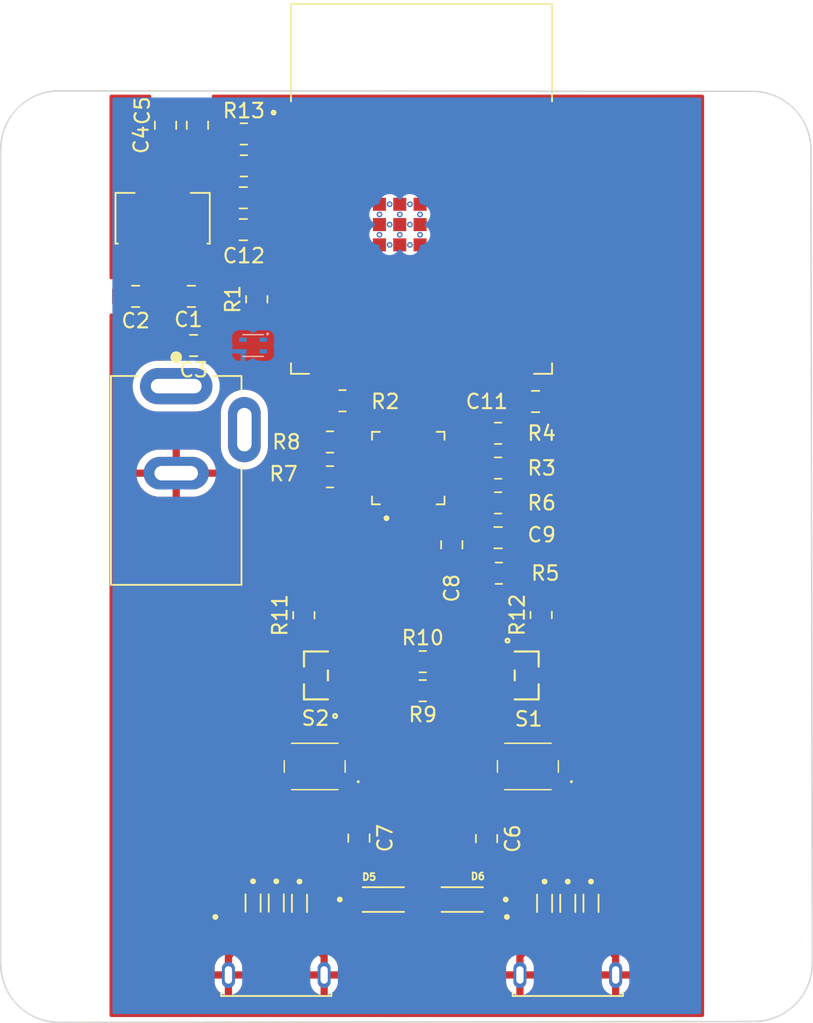
<source format=kicad_pcb>
(kicad_pcb (version 20221018) (generator pcbnew)
  (layers (0 "F.Cu" signal) (31 "B.Cu" signal) (34 "B.Paste" user) (35 "F.Paste" user) (36 "B.SilkS" user "B.Silkscreen") (37 "F.SilkS" user "F.Silkscreen") (38 "B.Mask" user) (39 "F.Mask" user) (44 "Edge.Cuts" user))
  (net 0 "")
  (net 1 "+12V")
  (net 2 "GND")
  (net 3 "+3.3V")
  (net 4 "Net-(C6-Pad1)")
  (net 5 "Net-(C7-Pad1)")
  (net 6 "Net-(U4-VBUS)")
  (net 7 "CHIP_PU")
  (net 8 "IO0")
  (net 9 "USB_DP")
  (net 10 "USB_DN")
  (net 11 "IO20")
  (net 12 "IO19")
  (net 13 "VBUS")
  (net 17 "Net-(U1-IO8)")
  (net 18 "Net-(U1-IO9)")
  (net 19 "Net-(U4-~{RST})")
  (net 20 "Net-(U4-~{SUSPEND})")
  (net 21 "Net-(U4-TXD)")
  (net 22 "U0RXD")
  (net 23 "Net-(U4-RXD)")
  (net 24 "U0TXD")
  (net 25 "DTR")
  (net 26 "Net-(U5-BASE)")
  (net 27 "RTS")
  (net 28 "Net-(U6-BASE)")
  (net 29 "Net-(U5-COLLECTOR)")
  (net 30 "Net-(U6-COLLECTOR)")
  (net 31 "ESP_3V3")
  (footprint "Resistor_SMD:R_0805_2012Metric_Pad1.20x1.40mm_HandSolder" (layer "F.Cu") (at 120.6 87.35 180)
    (fp_text reference "R7" (at 3.2 0.2) (layer "F.SilkS"))
    (fp_text value "0" hide)
    (fp_line (start -0.227064 -0.735) (end 0.227064 -0.735) (stroke (width 0.12)) (layer "F.SilkS"))
    (fp_line (start -0.227064 0.735) (end 0.227064 0.735) (stroke (width 0.12)) (layer "F.SilkS"))
    (pad "1" smd roundrect (at -1 0 180) (size 1.2 1.4) (layers "F.Cu" "F.Paste" "F.Mask") (roundrect_rratio 0.208333) (net 21 "Net-(U4-TXD)"))
    (pad "2" smd roundrect (at 1 0 180) (size 1.2 1.4) (layers "F.Cu" "F.Paste" "F.Mask") (roundrect_rratio 0.208333) (net 22 "U0RXD"))
  )
  (footprint "ECE445:SOT-23_ONS" (layer "F.Cu") (at 119.6348 101.0475 90)
    (fp_text reference "U5" hide)
    (fp_text value "L8050QLT1G" hide)
    (fp_line (start -1.651 -0.8255) (end -1.651 0.8255) (stroke (width 0.1524)) (layer "F.SilkS"))
    (fp_line (start -0.61214 -0.8255) (end -1.651 -0.8255) (stroke (width 0.1524)) (layer "F.SilkS"))
    (fp_line (start -0.34036 0.8255) (end 0.34036 0.8255) (stroke (width 0.1524)) (layer "F.SilkS"))
    (fp_line (start 1.651 -0.8255) (end 0.61214 -0.8255) (stroke (width 0.1524)) (layer "F.SilkS"))
    (fp_line (start 1.651 0.8255) (end 1.651 -0.8255) (stroke (width 0.1524)) (layer "F.SilkS"))
    (fp_circle (center -2.794 1.3208) (end -2.667 1.3208) (stroke (width 0.1524)) (fill none) (layer "F.SilkS"))
    (pad "1" smd rect (at -0.9525 0.9652 90) (size 0.5588 1.4224) (layers "F.Cu" "F.Paste" "F.Mask") (net 26 "Net-(U5-BASE)"))
    (pad "2" smd rect (at 0.9525 0.9652 90) (size 0.5588 1.4224) (layers "F.Cu" "F.Paste" "F.Mask") (net 27 "RTS"))
    (pad "3" smd rect (at 0 -0.9652 90) (size 0.5588 1.4224) (layers "F.Cu" "F.Paste" "F.Mask") (net 29 "Net-(U5-COLLECTOR)"))
  )
  (footprint "Capacitor_SMD:C_0805_2012Metric_Pad1.18x1.45mm_HandSolder" (layer "F.Cu") (at 129 92.0375 -90)
    (fp_text reference "C8" (at 3 0 90) (layer "F.SilkS"))
    (fp_text value "10uF" hide)
    (fp_line (start -0.261252 -0.735) (end 0.261252 -0.735) (stroke (width 0.12)) (layer "F.SilkS"))
    (fp_line (start -0.261252 0.735) (end 0.261252 0.735) (stroke (width 0.12)) (layer "F.SilkS"))
    (pad "1" smd roundrect (at -1.0375 0 270) (size 1.175 1.45) (layers "F.Cu" "F.Paste" "F.Mask") (roundrect_rratio 0.212766) (net 3 "+3.3V"))
    (pad "2" smd roundrect (at 1.0375 0 270) (size 1.175 1.45) (layers "F.Cu" "F.Paste" "F.Mask") (roundrect_rratio 0.212766) (net 2 "GND"))
  )
  (footprint "Resistor_SMD:R_0805_2012Metric_Pad1.20x1.40mm_HandSolder" (layer "F.Cu") (at 132.2 89.15 180)
    (fp_text reference "R6" (at -3 0) (layer "F.SilkS"))
    (fp_text value "47500" hide)
    (fp_line (start -0.227064 -0.735) (end 0.227064 -0.735) (stroke (width 0.12)) (layer "F.SilkS"))
    (fp_line (start -0.227064 0.735) (end 0.227064 0.735) (stroke (width 0.12)) (layer "F.SilkS"))
    (pad "1" smd roundrect (at -1 0 180) (size 1.2 1.4) (layers "F.Cu" "F.Paste" "F.Mask") (roundrect_rratio 0.208333) (net 2 "GND"))
    (pad "2" smd roundrect (at 1 0 180) (size 1.2 1.4) (layers "F.Cu" "F.Paste" "F.Mask") (roundrect_rratio 0.208333) (net 6 "Net-(U4-VBUS)"))
  )
  (footprint "ECE445:SOT-23_ONS" (layer "F.Cu") (at 134.1652 101.0475 -90)
    (fp_text reference "U6" hide)
    (fp_text value "L8050QLT1G" hide)
    (fp_line (start -1.651 -0.8255) (end -1.651 0.8255) (stroke (width 0.1524)) (layer "F.SilkS"))
    (fp_line (start -0.61214 -0.8255) (end -1.651 -0.8255) (stroke (width 0.1524)) (layer "F.SilkS"))
    (fp_line (start -0.34036 0.8255) (end 0.34036 0.8255) (stroke (width 0.1524)) (layer "F.SilkS"))
    (fp_line (start 1.651 -0.8255) (end 0.61214 -0.8255) (stroke (width 0.1524)) (layer "F.SilkS"))
    (fp_line (start 1.651 0.8255) (end 1.651 -0.8255) (stroke (width 0.1524)) (layer "F.SilkS"))
    (fp_circle (center -2.4 1.3208) (end -2.273 1.3208) (stroke (width 0.1524)) (fill none) (layer "F.SilkS"))
    (pad "1" smd rect (at -0.9525 0.9652 270) (size 0.5588 1.4224) (layers "F.Cu" "F.Paste" "F.Mask") (net 28 "Net-(U6-BASE)"))
    (pad "2" smd rect (at 0.9525 0.9652 270) (size 0.5588 1.4224) (layers "F.Cu" "F.Paste" "F.Mask") (net 25 "DTR"))
    (pad "3" smd rect (at 0 -0.9652 270) (size 0.5588 1.4224) (layers "F.Cu" "F.Paste" "F.Mask") (net 30 "Net-(U6-COLLECTOR)"))
  )
  (footprint "Resistor_SMD:R_0805_2012Metric_Pad1.20x1.40mm_HandSolder" (layer "F.Cu") (at 114.665 63.71 180)
    (fp_text reference "R13" (at 0 1.6) (layer "F.SilkS"))
    (fp_text value "0" hide)
    (fp_line (start -0.227064 -0.735) (end 0.227064 -0.735) (stroke (width 0.12)) (layer "F.SilkS"))
    (fp_line (start -0.227064 0.735) (end 0.227064 0.735) (stroke (width 0.12)) (layer "F.SilkS"))
    (pad "1" smd roundrect (at -1 0 180) (size 1.2 1.4) (layers "F.Cu" "F.Paste" "F.Mask") (roundrect_rratio 0.208333) (net 31 "ESP_3V3"))
    (pad "2" smd roundrect (at 1 0 180) (size 1.2 1.4) (layers "F.Cu" "F.Paste" "F.Mask") (roundrect_rratio 0.208333) (net 3 "+3.3V"))
  )
  (footprint "ECE445:PTS815 SJG 250 SMTR LFS" (layer "F.Cu") (at 134.25 107.325 180)
    (fp_text reference "S1" (at -0.05 3.275) (layer "F.SilkS"))
    (fp_text value "PTS815_SJG_250_SMTR_LFS" hide)
    (fp_line (start -2.1 -0.4) (end -2.1 0.4) (stroke (width 0.1)) (layer "F.SilkS"))
    (fp_line (start -1.6 -1.6) (end 1.6 -1.6) (stroke (width 0.1)) (layer "F.SilkS"))
    (fp_line (start 1.6 1.6) (end -1.6 1.6) (stroke (width 0.1)) (layer "F.SilkS"))
    (fp_line (start 2.1 -0.4) (end 2.1 0.4) (stroke (width 0.1)) (layer "F.SilkS"))
    (fp_arc (start -3 -1.1) (mid -2.95 -1.05) (end -3 -1) (stroke (width 0.1)) (layer "F.SilkS"))
    (fp_arc (start -3 -1) (mid -3.05 -1.05) (end -3 -1.1) (stroke (width 0.1)) (layer "F.SilkS"))
    (pad "1" smd rect (at -2.25 -1.075 180) (size 1 0.7) (layers "F.Cu" "F.Paste" "F.Mask") (net 2 "GND"))
    (pad "2" smd rect (at 2.25 -1.075 180) (size 1 0.7) (layers "F.Cu" "F.Paste" "F.Mask"))
    (pad "3" smd rect (at -2.25 1.075 180) (size 1 0.7) (layers "F.Cu" "F.Paste" "F.Mask"))
    (pad "4" smd rect (at 2.25 1.075 180) (size 1 0.7) (layers "F.Cu" "F.Paste" "F.Mask") (net 8 "IO0"))
  )
  (footprint "Capacitor_SMD:C_0805_2012Metric_Pad1.18x1.45mm_HandSolder" (layer "F.Cu") (at 111.04 74.91)
    (fp_text reference "C1" (at -0.2 1.6) (layer "F.SilkS"))
    (fp_text value "1uF" hide)
    (fp_line (start -0.261252 -0.735) (end 0.261252 -0.735) (stroke (width 0.12)) (layer "F.SilkS"))
    (fp_line (start -0.261252 0.735) (end 0.261252 0.735) (stroke (width 0.12)) (layer "F.SilkS"))
    (pad "1" smd roundrect (at -1.0375 0) (size 1.175 1.45) (layers "F.Cu" "F.Paste" "F.Mask") (roundrect_rratio 0.212766) (net 1 "+12V"))
    (pad "2" smd roundrect (at 1.0375 0) (size 1.175 1.45) (layers "F.Cu" "F.Paste" "F.Mask") (roundrect_rratio 0.212766) (net 2 "GND"))
  )
  (footprint "Resistor_SMD:R_0805_2012Metric_Pad1.20x1.40mm_HandSolder" (layer "F.Cu") (at 115.555 75.11 90)
    (fp_text reference "R1" (at 0 -1.65 90) (layer "F.SilkS"))
    (fp_text value "10000" hide)
    (fp_line (start -0.227064 -0.735) (end 0.227064 -0.735) (stroke (width 0.12)) (layer "F.SilkS"))
    (fp_line (start -0.227064 0.735) (end 0.227064 0.735) (stroke (width 0.12)) (layer "F.SilkS"))
    (pad "1" smd roundrect (at -1 0 90) (size 1.2 1.4) (layers "F.Cu" "F.Paste" "F.Mask") (roundrect_rratio 0.208333) (net 17 "Net-(U1-IO8)"))
    (pad "2" smd roundrect (at 1 0 90) (size 1.2 1.4) (layers "F.Cu" "F.Paste" "F.Mask") (roundrect_rratio 0.208333) (net 3 "+3.3V"))
  )
  (footprint "ECE445:LDL1117S33R-SnapEDA" (layer "F.Cu") (at 109.065 69.525 90)
    (fp_text reference "U2" hide)
    (fp_text value "LDL1117S33R-SnapEDA" hide)
    (fp_line (start -1.75 -3.25) (end -1.75 -3.085) (stroke (width 0.127)) (layer "F.SilkS"))
    (fp_line (start -1.75 3.25) (end -1.75 3.085) (stroke (width 0.127)) (layer "F.SilkS"))
    (fp_line (start -1.75 3.25) (end 1.75 3.25) (stroke (width 0.127)) (layer "F.SilkS"))
    (fp_line (start 1.75 -3.25) (end -1.75 -3.25) (stroke (width 0.127)) (layer "F.SilkS"))
    (fp_line (start 1.75 -1.935) (end 1.75 -3.25) (stroke (width 0.127)) (layer "F.SilkS"))
    (fp_line (start 1.75 3.25) (end 1.75 1.935) (stroke (width 0.127)) (layer "F.SilkS"))
    (pad "1" smd roundrect (at -3.015 -2.3 90) (size 1.98 0.93) (layers "F.Cu" "F.Paste" "F.Mask") (roundrect_rratio 0.12) (net 2 "GND"))
    (pad "2" smd roundrect (at -3.015 0 90) (size 1.98 0.93) (layers "F.Cu" "F.Paste" "F.Mask") (roundrect_rratio 0.12) (net 3 "+3.3V"))
    (pad "3" smd roundrect (at -3.015 2.3 90) (size 1.98 0.93) (layers "F.Cu" "F.Paste" "F.Mask") (roundrect_rratio 0.12) (net 1 "+12V"))
    (pad "4" smd roundrect (at 3.015 0 90) (size 1.98 3.23) (layers "F.Cu" "F.Paste" "F.Mask") (roundrect_rratio 0.4) (net 3 "+3.3V"))
  )
  (footprint "Capacitor_SMD:C_0805_2012Metric_Pad1.18x1.45mm_HandSolder" (layer "F.Cu") (at 114.6275 68.11 180)
    (fp_text reference "C10" hide)
    (fp_text value "1uF" hide)
    (fp_line (start -0.261252 -0.735) (end 0.261252 -0.735) (stroke (width 0.12)) (layer "F.SilkS"))
    (fp_line (start -0.261252 0.735) (end 0.261252 0.735) (stroke (width 0.12)) (layer "F.SilkS"))
    (pad "1" smd roundrect (at -1.0375 0 180) (size 1.175 1.45) (layers "F.Cu" "F.Paste" "F.Mask") (roundrect_rratio 0.212766) (net 7 "CHIP_PU"))
    (pad "2" smd roundrect (at 1.0375 0 180) (size 1.175 1.45) (layers "F.Cu" "F.Paste" "F.Mask") (roundrect_rratio 0.212766) (net 2 "GND"))
  )
  (footprint "Capacitor_SMD:C_0805_2012Metric_Pad1.18x1.45mm_HandSolder" (layer "F.Cu") (at 107.2025 74.91 180)
    (fp_text reference "C2" (at 0 -1.68) (layer "F.SilkS"))
    (fp_text value "4.7uF" hide)
    (fp_line (start -0.261252 -0.735) (end 0.261252 -0.735) (stroke (width 0.12)) (layer "F.SilkS"))
    (fp_line (start -0.261252 0.735) (end 0.261252 0.735) (stroke (width 0.12)) (layer "F.SilkS"))
    (pad "1" smd roundrect (at -1.0375 0 180) (size 1.175 1.45) (layers "F.Cu" "F.Paste" "F.Mask") (roundrect_rratio 0.212766) (net 3 "+3.3V"))
    (pad "2" smd roundrect (at 1.0375 0 180) (size 1.175 1.45) (layers "F.Cu" "F.Paste" "F.Mask") (roundrect_rratio 0.212766) (net 2 "GND"))
  )
  (footprint "ECE445:LESD5D5_0CT1G" (layer "F.Cu") (at 138.6 116.76 -90)
    (fp_text reference "D1" hide)
    (fp_text value "LESD5D5.0CT1G" hide)
    (fp_line (start -0.6 -0.52) (end 0.6 -0.52) (stroke (width 0.127)) (layer "F.SilkS"))
    (fp_line (start 0.6 0.52) (end -0.6 0.52) (stroke (width 0.127)) (layer "F.SilkS"))
    (fp_circle (center -1.5 0) (end -1.4 0) (stroke (width 0.2)) (fill none) (layer "F.SilkS"))
    (pad "1" smd rect (at -0.66 0 270) (size 0.48 0.4) (layers "F.Cu" "F.Paste" "F.Mask") (net 2 "GND"))
    (pad "2" smd rect (at 0.66 0 270) (size 0.48 0.4) (layers "F.Cu" "F.Paste" "F.Mask") (net 9 "USB_DP"))
  )
  (footprint "Resistor_SMD:R_0805_2012Metric_Pad1.20x1.40mm_HandSolder" (layer "F.Cu") (at 132.2 86.75 180)
    (fp_text reference "R3" (at -3 0) (layer "F.SilkS"))
    (fp_text value "1000" hide)
    (fp_line (start -0.227064 -0.735) (end 0.227064 -0.735) (stroke (width 0.12)) (layer "F.SilkS"))
    (fp_line (start -0.227064 0.735) (end 0.227064 0.735) (stroke (width 0.12)) (layer "F.SilkS"))
    (pad "1" smd roundrect (at -1 0 180) (size 1.2 1.4) (layers "F.Cu" "F.Paste" "F.Mask") (roundrect_rratio 0.208333) (net 3 "+3.3V"))
    (pad "2" smd roundrect (at 1 0 180) (size 1.2 1.4) (layers "F.Cu" "F.Paste" "F.Mask") (roundrect_rratio 0.208333) (net 19 "Net-(U4-~{RST})"))
  )
  (footprint "ECE445:PTS815 SJG 250 SMTR LFS" (layer "F.Cu") (at 119.55 107.325 180)
    (fp_text reference "S2" (at -0.05 3.325) (layer "F.SilkS"))
    (fp_text value "PTS815_SJG_250_SMTR_LFS" hide)
    (fp_line (start -2.1 -0.4) (end -2.1 0.4) (stroke (width 0.1)) (layer "F.SilkS"))
    (fp_line (start -1.6 -1.6) (end 1.6 -1.6) (stroke (width 0.1)) (layer "F.SilkS"))
    (fp_line (start 1.6 1.6) (end -1.6 1.6) (stroke (width 0.1)) (layer "F.SilkS"))
    (fp_line (start 2.1 -0.4) (end 2.1 0.4) (stroke (width 0.1)) (layer "F.SilkS"))
    (fp_arc (start -3 -1.1) (mid -2.95 -1.05) (end -3 -1) (stroke (width 0.1)) (layer "F.SilkS"))
    (fp_arc (start -3 -1) (mid -3.05 -1.05) (end -3 -1.1) (stroke (width 0.1)) (layer "F.SilkS"))
    (pad "1" smd rect (at -2.25 -1.075 180) (size 1 0.7) (layers "F.Cu" "F.Paste" "F.Mask") (net 2 "GND"))
    (pad "2" smd rect (at 2.25 -1.075 180) (size 1 0.7) (layers "F.Cu" "F.Paste" "F.Mask"))
    (pad "3" smd rect (at -2.25 1.075 180) (size 1 0.7) (layers "F.Cu" "F.Paste" "F.Mask"))
    (pad "4" smd rect (at 2.25 1.075 180) (size 1 0.7) (layers "F.Cu" "F.Paste" "F.Mask") (net 7 "CHIP_PU"))
  )
  (footprint "ECE445:ESP32-S3-WROOM-1-N8-SnapEDA" (layer "F.Cu") (at 126.915 67.5)
    (fp_text reference "U1" hide)
    (fp_text value "ESP32-S3-WROOM-1-N8" hide)
    (fp_line (start -9 -12.75) (end 9 -12.75) (stroke (width 0.127)) (layer "F.SilkS"))
    (fp_line (start -9 -6.03) (end -9 -12.75) (stroke (width 0.127)) (layer "F.SilkS"))
    (fp_line (start -9 12.02) (end -9 12.75) (stroke (width 0.127)) (layer "F.SilkS"))
    (fp_line (start -9 12.75) (end -7.755 12.75) (stroke (width 0.127)) (layer "F.SilkS"))
    (fp_line (start 9 -12.75) (end 9 -6.03) (stroke (width 0.127)) (layer "F.SilkS"))
    (fp_line (start 9 12.02) (end 9 12.75) (stroke (width 0.127)) (layer "F.SilkS"))
    (fp_line (start 9 12.75) (end 7.755 12.75) (stroke (width 0.127)) (layer "F.SilkS"))
    (fp_circle (center -10.2 -5.26) (end -10.1 -5.26) (stroke (width 0.2)) (fill none) (layer "F.SilkS"))
    (pad "1" smd rect (at -8.75 -5.26) (size 1.5 0.9) (layers "F.Cu" "F.Paste" "F.Mask") (net 2 "GND"))
    (pad "2" smd rect (at -8.75 -3.99) (size 1.5 0.9) (layers "F.Cu" "F.Paste" "F.Mask") (net 31 "ESP_3V3"))
    (pad "3" smd rect (at -8.75 -2.72) (size 1.5 0.9) (layers "F.Cu" "F.Paste" "F.Mask") (net 7 "CHIP_PU"))
    (pad "4" smd rect (at -8.75 -1.45) (size 1.5 0.9) (layers "F.Cu" "F.Paste" "F.Mask"))
    (pad "5" smd rect (at -8.75 -0.18) (size 1.5 0.9) (layers "F.Cu" "F.Paste" "F.Mask"))
    (pad "6" smd rect (at -8.75 1.09) (size 1.5 0.9) (layers "F.Cu" "F.Paste" "F.Mask"))
    (pad "7" smd rect (at -8.75 2.36) (size 1.5 0.9) (layers "F.Cu" "F.Paste" "F.Mask"))
    (pad "8" smd rect (at -8.75 3.63) (size 1.5 0.9) (layers "F.Cu" "F.Paste" "F.Mask"))
    (pad "9" smd rect (at -8.75 4.9) (size 1.5 0.9) (layers "F.Cu" "F.Paste" "F.Mask"))
    (pad "10" smd rect (at -8.75 6.17) (size 1.5 0.9) (layers "F.Cu" "F.Paste" "F.Mask"))
    (pad "11" smd rect (at -8.75 7.44) (size 1.5 0.9) (layers "F.Cu" "F.Paste" "F.Mask"))
    (pad "12" smd rect (at -8.75 8.71) (size 1.5 0.9) (layers "F.Cu" "F.Paste" "F.Mask") (net 17 "Net-(U1-IO8)"))
    (pad "13" smd rect (at -8.75 9.98) (size 1.5 0.9) (layers "F.Cu" "F.Paste" "F.Mask") (net 12 "IO19"))
    (pad "14" smd rect (at -8.75 11.25) (size 1.5 0.9) (layers "F.Cu" "F.Paste" "F.Mask") (net 11 "IO20"))
    (pad "15" smd rect (at -6.985 12.5) (size 0.9 1.5) (layers "F.Cu" "F.Paste" "F.Mask"))
    (pad "16" smd rect (at -5.715 12.5) (size 0.9 1.5) (layers "F.Cu" "F.Paste" "F.Mask"))
    (pad "17" smd rect (at -4.445 12.5) (size 0.9 1.5) (layers "F.Cu" "F.Paste" "F.Mask") (net 18 "Net-(U1-IO9)"))
    (pad "18" smd rect (at -3.175 12.5) (size 0.9 1.5) (layers "F.Cu" "F.Paste" "F.Mask"))
    (pad "19" smd rect (at -1.905 12.5) (size 0.9 1.5) (layers "F.Cu" "F.Paste" "F.Mask"))
    (pad "20" smd rect (at -0.635 12.5) (size 0.9 1.5) (layers "F.Cu" "F.Paste" "F.Mask"))
    (pad "21" smd rect (at 0.635 12.5) (size 0.9 1.5) (layers "F.Cu" "F.Paste" "F.Mask"))
    (pad "22" smd rect (at 1.905 12.5) (size 0.9 1.5) (layers "F.Cu" "F.Paste" "F.Mask"))
    (pad "23" smd rect (at 3.175 12.5) (size 0.9 1.5) (layers "F.Cu" "F.Paste" "F.Mask"))
    (pad "24" smd rect (at 4.445 12.5) (size 0.9 1.5) (layers "F.Cu" "F.Paste" "F.Mask"))
    (pad "25" smd rect (at 5.715 12.5) (size 0.9 1.5) (layers "F.Cu" "F.Paste" "F.Mask"))
    (pad "26" smd rect (at 6.985 12.5) (size 0.9 1.5) (layers "F.Cu" "F.Paste" "F.Mask"))
    (pad "27" smd rect (at 8.75 11.25) (size 1.5 0.9) (layers "F.Cu" "F.Paste" "F.Mask") (net 8 "IO0"))
    (pad "28" smd rect (at 8.75 9.98) (size 1.5 0.9) (layers "F.Cu" "F.Paste" "F.Mask"))
    (pad "29" smd rect (at 8.75 8.71) (size 1.5 0.9) (layers "F.Cu" "F.Paste" "F.Mask"))
    (pad "30" smd rect (at 8.75 7.44) (size 1.5 0.9) (layers "F.Cu" "F.Paste" "F.Mask"))
    (pad "31" smd rect (at 8.75 6.17) (size 1.5 0.9) (layers "F.Cu" "F.Paste" "F.Mask"))
    (pad "32" smd rect (at 8.75 4.9) (size 1.5 0.9) (layers "F.Cu" "F.Paste" "F.Mask"))
    (pad "33" smd rect (at 8.75 3.63) (size 1.5 0.9) (layers "F.Cu" "F.Paste" "F.Mask"))
    (pad "34" smd rect (at 8.75 2.36) (size 1.5 0.9) (layers "F.Cu" "F.Paste" "F.Mask"))
    (pad "35" smd rect (at 8.75 1.09) (size 1.5 0.9) (layers "F.Cu" "F.Paste" "F.Mask"))
    (pad "36" smd rect (at 8.75 -0.18) (size 1.5 0.9) (layers "F.Cu" "F.Paste" "F.Mask") (net 22 "U0RXD"))
    (pad "37" smd rect (at 8.75 -1.45) (size 1.5 0.9) (layers "F.Cu" "F.Paste" "F.Mask") (net 24 "U0TXD"))
    (pad "38" smd rect (at 8.75 -2.72) (size 1.5 0.9) (layers "F.Cu" "F.Paste" "F.Mask"))
    (pad "39" smd rect (at 8.75 -3.99) (size 1.5 0.9) (layers "F.Cu" "F.Paste" "F.Mask"))
    (pad "40" smd rect (at 8.75 -5.26) (size 1.5 0.9) (layers "F.Cu" "F.Paste" "F.Mask") (net 2 "GND"))
    (pad "41_1" smd rect (at -1.5 2.46) (size 0.9 0.9) (layers "F.Cu" "F.Paste" "F.Mask") (net 2 "GND"))
    (pad "41_2" smd rect (at -2.9 2.46) (size 0.9 0.9) (layers "F.Cu" "F.Paste" "F.Mask") (net 2 "GND"))
    (pad "41_3" smd rect (at -0.1 2.46) (size 0.9 0.9) (layers "F.Cu" "F.Paste" "F.Mask") (net 2 "GND"))
    (pad "41_4" smd rect (at -2.9 3.86) (size 0.9 0.9) (layers "F.Cu" "F.Paste" "F.Mask") (net 2 "GND"))
    (pad "41_5" smd rect (at -1.5 3.86) (size 0.9 0.9) (layers "F.Cu" "F.Paste" "F.Mask") (net 2 "GND"))
    (pad "41_6" smd rect (at -0.1 3.86) (size 0.9 0.9) (layers "F.Cu" "F.Paste" "F.Mask") (net 2 "GND"))
    (pad "41_7" smd rect (at -2.9 1.06) (size 0.9 0.9) (layers "F.Cu" "F.Paste" "F.Mask") (net 2 "GND"))
    (pad "41_8" smd rect (at -1.5 1.06) (size 0.9 0.9) (layers "F.Cu" "F.Paste" "F.Mask") (net 2 "GND"))
    (pad "41_9" smd rect (at -0.1 1.06) (size 0.9 0.9) (layers "F.Cu" "F.Paste" "F.Mask") (net 2 "GND"))
    (pad "41_10" thru_hole circle (at -1.5 1.76) (size 0.4 0.4) (drill 0.2) (layers "*.Cu"))
    (pad "41_11" thru_hole circle (at -2.9 1.76) (size 0.4 0.4) (drill 0.2) (layers "*.Cu"))
    (pad "41_12" thru_hole circle (at -0.1 1.76) (size 0.4 0.4) (drill 0.2) (layers "*.Cu"))
    (pad "41_13" thru_hole circle (at -2.9 3.16) (size 0.4 0.4) (drill 0.2) (layers "*.Cu"))
    (pad "41_14" thru_hole circle (at -1.5 3.16) (size 0.4 0.4) (drill 0.2) (layers "*.Cu"))
    (pad "41_15" thru_hole circle (at -0.1 3.16) (size 0.4 0.4) (drill 0.2) (layers "*.Cu"))
    (pad "41_16" thru_hole circle (at -2.2 1.06) (size 0.4 0.4) (drill 0.2) (layers "*.Cu"))
    (pad "41_17" thru_hole circle (at -0.8 1.06) (size 0.4 0.4) (drill 0.2) (layers "*.Cu"))
    (pad "41_18" thru_hole circle (at -2.2 2.46) (size 0.4 0.4) (drill 0.2) (layers "*.Cu"))
    (pad "41_19" thru_hole circle (at -0.8 2.46) (size 0.4 0.4) (drill 0.2) (layers "*.Cu"))
    (pad "41_20" thru_hole circle (at -2.2 3.86) (size 0.4 0.4) (drill 0.2) (layers "*.Cu"))
    (pad "41_21" thru_hole circle (at -0.8 3.86) (size 0.4 0.4) (drill 0.2) (layers "*.Cu"))
    (zone (net 0) (net_name "") (layer "F.Cu") (connect_pads (clearance 0)) (min_thickness 0.01)
      (keepout (tracks not_allowed) (vias not_allowed) (pads not_allowed) (copperpour not_allowed) (footprints allowed))
      (fill (thermal_gap 0.508) (thermal_bridge_width 0.508))
      (polygon (pts (xy 117.915 54.75) (xy 135.915 54.75) (xy 135.915 60.75) (xy 117.915 60.75)))
    )
    (zone (net 0) (net_name "") (layer "B.Cu") (connect_pads (clearance 0)) (min_thickness 0.01)
      (keepout (tracks not_allowed) (vias not_allowed) (pads not_allowed) (copperpour not_allowed) (footprints allowed))
      (fill (thermal_gap 0.508) (thermal_bridge_width 0.508))
      (polygon (pts (xy 117.915 54.75) (xy 135.915 54.75) (xy 135.915 60.75) (xy 117.915 60.75)))
    )
  )
  (footprint "Resistor_SMD:R_0805_2012Metric_Pad1.20x1.40mm_HandSolder" (layer "F.Cu") (at 127 100.1)
    (fp_text reference "R10" (at 0 -1.65) (layer "F.SilkS"))
    (fp_text value "10000" hide)
    (fp_line (start -0.227064 -0.735) (end 0.227064 -0.735) (stroke (width 0.12)) (layer "F.SilkS"))
    (fp_line (start -0.227064 0.735) (end 0.227064 0.735) (stroke (width 0.12)) (layer "F.SilkS"))
    (pad "1" smd roundrect (at -1 0) (size 1.2 1.4) (layers "F.Cu" "F.Paste" "F.Mask") (roundrect_rratio 0.208333) (net 27 "RTS"))
    (pad "2" smd roundrect (at 1 0) (size 1.2 1.4) (layers "F.Cu" "F.Paste" "F.Mask") (roundrect_rratio 0.208333) (net 28 "Net-(U6-BASE)"))
  )
  (footprint "Capacitor_SMD:C_0805_2012Metric_Pad1.18x1.45mm_HandSolder" (layer "F.Cu") (at 109.265 63.11 90)
    (fp_text reference "C4" (at -1 -1.68 90) (layer "F.SilkS"))
    (fp_text value "10uF" hide)
    (fp_line (start -0.261252 -0.735) (end 0.261252 -0.735) (stroke (width 0.12)) (layer "F.SilkS"))
    (fp_line (start -0.261252 0.735) (end 0.261252 0.735) (stroke (width 0.12)) (layer "F.SilkS"))
    (pad "1" smd roundrect (at -1.0375 0 90) (size 1.175 1.45) (layers "F.Cu" "F.Paste" "F.Mask") (roundrect_rratio 0.212766) (net 3 "+3.3V"))
    (pad "2" smd roundrect (at 1.0375 0 90) (size 1.175 1.45) (layers "F.Cu" "F.Paste" "F.Mask") (roundrect_rratio 0.212766) (net 2 "GND"))
  )
  (footprint "ECE445:PJ-202AH" (layer "F.Cu") (at 110 87.6 -90)
    (fp_text reference "J1" hide)
    (fp_text value "PJ-202AH" hide)
    (fp_line (start -7.2 -4.5) (end -6.05 -4.5) (stroke (width 0.127)) (layer "F.SilkS"))
    (fp_line (start -7.2 -2.55) (end -7.2 -4.5) (stroke (width 0.127)) (layer "F.SilkS"))
    (fp_line (start -7.2 4.5) (end -7.2 2.65) (stroke (width 0.127)) (layer "F.SilkS"))
    (fp_line (start -0.95 -4.5) (end 7.2 -4.5) (stroke (width 0.127)) (layer "F.SilkS"))
    (fp_line (start 7.2 -4.5) (end 7.2 4.5) (stroke (width 0.127)) (layer "F.SilkS"))
    (fp_line (start 7.2 4.5) (end -7.2 4.5) (stroke (width 0.127)) (layer "F.SilkS"))
    (fp_circle (center -8.5 0) (end -8.3 0) (stroke (width 0.4)) (fill none) (layer "F.SilkS"))
    (pad "1" thru_hole oval (at -6.5 0 270) (size 2.5 5) (drill oval 1 3.5) (layers "*.Cu" "*.Mask") (net 1 "+12V"))
    (pad "2" thru_hole oval (at -0.5 0 270) (size 2.25 4.5) (drill oval 1 3) (layers "*.Cu" "*.Mask") (net 2 "GND"))
    (pad "3" thru_hole oval (at -3.5 -4.7 270) (size 4.5 2.25) (drill oval 3 1) (layers "*.Cu" "*.Mask"))
  )
  (footprint "Resistor_SMD:R_0805_2012Metric_Pad1.20x1.40mm_HandSolder" (layer "F.Cu") (at 118.8 96.895 90)
    (fp_text reference "R11" (at 0 -1.65 90) (layer "F.SilkS"))
    (fp_text value "0" hide)
    (fp_line (start -0.227064 -0.735) (end 0.227064 -0.735) (stroke (width 0.12)) (layer "F.SilkS"))
    (fp_line (start -0.227064 0.735) (end 0.227064 0.735) (stroke (width 0.12)) (layer "F.SilkS"))
    (pad "1" smd roundrect (at -1 0 90) (size 1.2 1.4) (layers "F.Cu" "F.Paste" "F.Mask") (roundrect_rratio 0.208333) (net 29 "Net-(U5-COLLECTOR)"))
    (pad "2" smd roundrect (at 1 0 90) (size 1.2 1.4) (layers "F.Cu" "F.Paste" "F.Mask") (roundrect_rratio 0.208333) (net 7 "CHIP_PU"))
  )
  (footprint "Resistor_SMD:R_0805_2012Metric_Pad1.20x1.40mm_HandSolder" (layer "F.Cu") (at 121.465 82.11 180)
    (fp_text reference "R2" (at -2.95 -0.05) (layer "F.SilkS"))
    (fp_text value "10000" hide)
    (fp_line (start -0.227064 -0.735) (end 0.227064 -0.735) (stroke (width 0.12)) (layer "F.SilkS"))
    (fp_line (start -0.227064 0.735) (end 0.227064 0.735) (stroke (width 0.12)) (layer "F.SilkS"))
    (pad "1" smd roundrect (at -1 0 180) (size 1.2 1.4) (layers "F.Cu" "F.Paste" "F.Mask") (roundrect_rratio 0.208333) (net 18 "Net-(U1-IO9)"))
    (pad "2" smd roundrect (at 1 0 180) (size 1.2 1.4) (layers "F.Cu" "F.Paste" "F.Mask") (roundrect_rratio 0.208333) (net 3 "+3.3V"))
  )
  (footprint "ECE445:LESD5D5_0CT1G" (layer "F.Cu") (at 118.5 116.76 -90)
    (fp_text reference "D3" hide)
    (fp_text value "LESD5D5.0CT1G" hide)
    (fp_line (start -0.6 -0.52) (end 0.6 -0.52) (stroke (width 0.127)) (layer "F.SilkS"))
    (fp_line (start 0.6 0.52) (end -0.6 0.52) (stroke (width 0.127)) (layer "F.SilkS"))
    (fp_circle (center -1.5 0) (end -1.4 0) (stroke (width 0.2)) (fill none) (layer "F.SilkS"))
    (pad "1" smd rect (at -0.66 0 270) (size 0.48 0.4) (layers "F.Cu" "F.Paste" "F.Mask") (net 2 "GND"))
    (pad "2" smd rect (at 0.66 0 270) (size 0.48 0.4) (layers "F.Cu" "F.Paste" "F.Mask") (net 11 "IO20"))
  )
  (footprint "ECE445:10118193-0001LF" (layer "F.Cu") (at 137 121.7)
    (fp_text reference "J2" hide)
    (fp_text value "10118193-0001LF" hide)
    (fp_line (start -3.8 1.45) (end -3.8 1.22) (stroke (width 0.127)) (layer "F.SilkS"))
    (fp_line (start -3.8 1.45) (end 3.8 1.45) (stroke (width 0.127)) (layer "F.SilkS"))
    (fp_line (start 3.8 1.45) (end 3.8 1.22) (stroke (width 0.127)) (layer "F.SilkS"))
    (fp_circle (center -4.2 -4) (end -4.1 -4) (stroke (width 0.2)) (fill none) (layer "F.SilkS"))
    (pad "1" smd rect (at -1.3 -2.675) (size 0.4 1.35) (layers "F.Cu" "F.Paste" "F.Mask") (net 13 "VBUS"))
    (pad "2" smd rect (at -0.65 -2.675) (size 0.4 1.35) (layers "F.Cu" "F.Paste" "F.Mask") (net 10 "USB_DN"))
    (pad "3" smd rect (at 0 -2.675) (size 0.4 1.35) (layers "F.Cu" "F.Paste" "F.Mask") (net 9 "USB_DP"))
    (pad "4" smd rect (at 0.65 -2.675) (size 0.4 1.35) (layers "F.Cu" "F.Paste" "F.Mask"))
    (pad "5" smd rect (at 1.3 -2.675) (size 0.4 1.35) (layers "F.Cu" "F.Paste" "F.Mask") (net 2 "GND"))
    (pad "S1" smd rect (at -3.2 -2.45) (size 1.6 1.4) (layers "F.Cu" "F.Paste" "F.Mask") (net 2 "GND"))
    (pad "S2" smd rect (at 3.2 -2.45) (size 1.6 1.4) (layers "F.Cu" "F.Paste" "F.Mask") (net 2 "GND"))
    (pad "S3" smd rect (at 1.2 0) (size 1.9 1.9) (layers "F.Cu" "F.Paste" "F.Mask") (net 2 "GND"))
    (pad "S4" smd rect (at -1.2 0) (size 1.9 1.9) (layers "F.Cu" "F.Paste" "F.Mask") (net 2 "GND"))
    (pad "S5" thru_hole oval (at -3.3 0) (size 0.9 1.8) (drill oval 0.5 1.2) (layers "*.Cu" "*.Mask") (net 2 "GND"))
    (pad "S6" thru_hole oval (at 3.3 0) (size 0.9 1.8) (drill oval 0.5 1.2) (layers "*.Cu" "*.Mask") (net 2 "GND"))
  )
  (footprint "ECE445:LESD5D5_0CT1G" (layer "F.Cu") (at 116.9 116.74 -90)
    (fp_text reference "D4" hide)
    (fp_text value "LESD5D5.0CT1G" hide)
    (fp_line (start -0.6 -0.52) (end 0.6 -0.52) (stroke (width 0.127)) (layer "F.SilkS"))
    (fp_line (start 0.6 0.52) (end -0.6 0.52) (stroke (width 0.127)) (layer "F.SilkS"))
    (fp_circle (center -1.5 0) (end -1.4 0) (stroke (width 0.2)) (fill none) (layer "F.SilkS"))
    (pad "1" smd rect (at -0.66 0 270) (size 0.48 0.4) (layers "F.Cu" "F.Paste" "F.Mask") (net 2 "GND"))
    (pad "2" smd rect (at 0.66 0 270) (size 0.48 0.4) (layers "F.Cu" "F.Paste" "F.Mask") (net 12 "IO19"))
  )
  (footprint "Capacitor_SMD:C_0805_2012Metric_Pad1.18x1.45mm_HandSolder" (layer "F.Cu") (at 114.6275 70.31 180)
    (fp_text reference "C12" (at -0.0375 -1.8) (layer "F.SilkS"))
    (fp_text value "0.1uF" hide)
    (fp_line (start -0.261252 -0.735) (end 0.261252 -0.735) (stroke (width 0.12)) (layer "F.SilkS"))
    (fp_line (start -0.261252 0.735) (end 0.261252 0.735) (stroke (width 0.12)) (layer "F.SilkS"))
    (pad "1" smd roundrect (at -1.0375 0 180) (size 1.175 1.45) (layers "F.Cu" "F.Paste" "F.Mask") (roundrect_rratio 0.212766) (net 7 "CHIP_PU"))
    (pad "2" smd roundrect (at 1.0375 0 180) (size 1.175 1.45) (layers "F.Cu" "F.Paste" "F.Mask") (roundrect_rratio 0.212766) (net 2 "GND"))
  )
  (footprint "Capacitor_SMD:C_0805_2012Metric_Pad1.18x1.45mm_HandSolder" (layer "F.Cu") (at 111.2 78.3 180)
    (fp_text reference "C3" (at 0 -1.68) (layer "F.SilkS"))
    (fp_text value "100nF" hide)
    (fp_line (start -0.261252 -0.735) (end 0.261252 -0.735) (stroke (width 0.12)) (layer "F.SilkS"))
    (fp_line (start -0.261252 0.735) (end 0.261252 0.735) (stroke (width 0.12)) (layer "F.SilkS"))
    (pad "1" smd roundrect (at -1.0375 0 180) (size 1.175 1.45) (layers "F.Cu" "F.Paste" "F.Mask") (roundrect_rratio 0.212766) (net 2 "GND"))
    (pad "2" smd roundrect (at 1.0375 0 180) (size 1.175 1.45) (layers "F.Cu" "F.Paste" "F.Mask") (roundrect_rratio 0.212766) (net 3 "+3.3V"))
  )
  (footprint "Resistor_SMD:R_0805_2012Metric_Pad1.20x1.40mm_HandSolder" (layer "F.Cu") (at 127 102.1 180)
    (fp_text reference "R9" (at 0 -1.65) (layer "F.SilkS"))
    (fp_text value "10000" hide)
    (fp_line (start -0.227064 -0.735) (end 0.227064 -0.735) (stroke (width 0.12)) (layer "F.SilkS"))
    (fp_line (start -0.227064 0.735) (end 0.227064 0.735) (stroke (width 0.12)) (layer "F.SilkS"))
    (pad "1" smd roundrect (at -1 0 180) (size 1.2 1.4) (layers "F.Cu" "F.Paste" "F.Mask") (roundrect_rratio 0.208333) (net 25 "DTR"))
    (pad "2" smd roundrect (at 1 0 180) (size 1.2 1.4) (layers "F.Cu" "F.Paste" "F.Mask") (roundrect_rratio 0.208333) (net 26 "Net-(U5-BASE)"))
  )
  (footprint "Capacitor_SMD:C_0805_2012Metric_Pad1.18x1.45mm_HandSolder" (layer "F.Cu") (at 111.465 63.11 90)
    (fp_text reference "C5" (at 1 -3.8 90) (layer "F.SilkS"))
    (fp_text value "0.1uF" hide)
    (fp_line (start -0.261252 -0.735) (end 0.261252 -0.735) (stroke (width 0.12)) (layer "F.SilkS"))
    (fp_line (start -0.261252 0.735) (end 0.261252 0.735) (stroke (width 0.12)) (layer "F.SilkS"))
    (pad "1" smd roundrect (at -1.0375 0 90) (size 1.175 1.45) (layers "F.Cu" "F.Paste" "F.Mask") (roundrect_rratio 0.212766) (net 3 "+3.3V"))
    (pad "2" smd roundrect (at 1.0375 0 90) (size 1.175 1.45) (layers "F.Cu" "F.Paste" "F.Mask") (roundrect_rratio 0.212766) (net 2 "GND"))
  )
  (footprint "Resistor_SMD:R_0805_2012Metric_Pad1.20x1.40mm_HandSolder" (layer "F.Cu") (at 132.25 94 180)
    (fp_text reference "R5" (at -3.2 0) (layer "F.SilkS"))
    (fp_text value "22100" hide)
    (fp_line (start -0.227064 -0.735) (end 0.227064 -0.735) (stroke (width 0.12)) (layer "F.SilkS"))
    (fp_line (start -0.227064 0.735) (end 0.227064 0.735) (stroke (width 0.12)) (layer "F.SilkS"))
    (pad "1" smd roundrect (at -1 0 180) (size 1.2 1.4) (layers "F.Cu" "F.Paste" "F.Mask") (roundrect_rratio 0.208333) (net 13 "VBUS"))
    (pad "2" smd roundrect (at 1 0 180) (size 1.2 1.4) (layers "F.Cu" "F.Paste" "F.Mask") (roundrect_rratio 0.208333) (net 6 "Net-(U4-VBUS)"))
  )
  (footprint "MountingHole:MountingHole_3.2mm_M3" (layer "F.Cu") (at 150.1 121.1)
    (fp_text reference "H4" hide)
    (fp_text value "MountingHole" hide)
    (pad "" np_thru_hole circle (at 0 0) (size 3.2 3.2) (drill 3.2) (layers "*.Cu" "*.Mask"))
  )
  (footprint "ECE445:CP2102N-A02-GQFN28" (layer "F.Cu") (at 126 86.75 90)
    (fp_text reference "U4" hide)
    (fp_text value "CP2102N-A02-GQFN28" hide)
    (fp_line (start -2.5 -2.5) (end -1.955 -2.5) (stroke (width 0.127)) (layer "F.SilkS"))
    (fp_line (start -2.5 -1.955) (end -2.5 -2.5) (stroke (width 0.127)) (layer "F.SilkS"))
    (fp_line (start -2.5 2.5) (end -2.5 1.955) (stroke (width 0.127)) (layer "F.SilkS"))
    (fp_line (start -1.955 2.5) (end -2.5 2.5) (stroke (width 0.127)) (layer "F.SilkS"))
    (fp_line (start 1.955 -2.5) (end 2.5 -2.5) (stroke (width 0.127)) (layer "F.SilkS"))
    (fp_line (start 2.5 -2.5) (end 2.5 -1.955) (stroke (width 0.127)) (layer "F.SilkS"))
    (fp_line (start 2.5 2.5) (end 1.955 2.5) (stroke (width 0.127)) (layer "F.SilkS"))
    (fp_line (start 2.5 2.5) (end 2.5 1.955) (stroke (width 0.127)) (layer "F.SilkS"))
    (fp_circle (center -3.455 -1.5) (end -3.355 -1.5) (stroke (width 0.2)) (fill none) (layer "F.SilkS"))
    (pad "1" smd rect (at -2.36 -1.5 90) (size 0.99 0.27) (layers "F.Cu" "F.Paste" "F.Mask"))
    (pad "2" smd rect (at -2.36 -1 90) (size 0.99 0.27) (layers "F.Cu" "F.Paste" "F.Mask"))
    (pad "3" smd rect (at -2.36 -0.5 90) (size 0.99 0.27) (layers "F.Cu" "F.Paste" "F.Mask") (net 2 "GND"))
    (pad "4" smd rect (at -2.36 0 90) (size 0.99 0.27) (layers "F.Cu" "F.Paste" "F.Mask") (net 9 "USB_DP"))
    (pad "5" smd rect (at -2.36 0.5 90) (size 0.99 0.27) (layers "F.Cu" "F.Paste" "F.Mask") (net 10 "USB_DN"))
    (pad "6" smd rect (at -2.36 1 90) (size 0.99 0.27) (layers "F.Cu" "F.Paste" "F.Mask") (net 3 "+3.3V"))
    (pad "7" smd rect (at -2.36 1.5 90) (size 0.99 0.27) (layers "F.Cu" "F.Paste" "F.Mask") (net 3 "+3.3V"))
    (pad "8" smd rect (at -1.5 2.36 90) (size 0.27 0.99) (layers "F.Cu" "F.Paste" "F.Mask") (net 6 "Net-(U4-VBUS)"))
    (pad "9" smd rect (at -1 2.36 90) (size 0.27 0.99) (layers "F.Cu" "F.Paste" "F.Mask") (net 19 "Net-(U4-~{RST})"))
    (pad "10" smd rect (at -0.5 2.36 90) (size 0.27 0.99) (layers "F.Cu" "F.Paste" "F.Mask"))
    (pad "11" smd rect (at 0 2.36 90) (size 0.27 0.99) (layers "F.Cu" "F.Paste" "F.Mask") (net 20 "Net-(U4-~{SUSPEND})"))
    (pad "12" smd rect (at 0.5 2.36 90) (size 0.27 0.99) (layers "F.Cu" "F.Paste" "F.Mask"))
    (pad "13" smd rect (at 1 2.36 90) (size 0.27 0.99) (layers "F.Cu" "F.Paste" "F.Mask"))
    (pad "14" smd rect (at 1.5 2.36 90) (size 0.27 0.99) (layers "F.Cu" "F.Paste" "F.Mask"))
    (pad "15" smd rect (at 2.36 1.5 90) (size 0.99 0.27) (layers "F.Cu" "F.Paste" "F.Mask"))
    (pad "16" smd rect (at 2.36 1 90) (size 0.99 0.27) (layers "F.Cu" "F.Paste" "F.Mask"))
    (pad "17" smd rect (at 2.36 0.5 90) (size 0.99 0.27) (layers "F.Cu" "F.Paste" "F.Mask"))
    (pad "18" smd rect (at 2.36 0 90) (size 0.99 0.27) (layers "F.Cu" "F.Paste" "F.Mask"))
    (pad "19" smd rect (at 2.36 -0.5 90) (size 0.99 0.27) (layers "F.Cu" "F.Paste" "F.Mask"))
    (pad "20" smd rect (at 2.36 -1 90) (size 0.99 0.27) (layers "F.Cu" "F.Paste" "F.Mask"))
    (pad "21" smd rect (at 2.36 -1.5 90) (size 0.99 0.27) (layers "F.Cu" "F.Paste" "F.Mask"))
    (pad "22" smd rect (at 1.5 -2.36 90) (size 0.27 0.99) (layers "F.Cu" "F.Paste" "F.Mask"))
    (pad "23" smd rect (at 1 -2.36 90) (size 0.27 0.99) (layers "F.Cu" "F.Paste" "F.Mask"))
    (pad "24" smd rect (at 0.5 -2.36 90) (size 0.27 0.99) (layers "F.Cu" "F.Paste" "F.Mask") (net 27 "RTS"))
    (pad "25" smd rect (at 0 -2.36 90) (size 0.27 0.99) (layers "F.Cu" "F.Paste" "F.Mask") (net 23 "Net-(U4-RXD)"))
    (pad "26" smd rect (at -0.5 -2.36 90) (size 0.27 0.99) (layers "F.Cu" "F.Paste" "F.Mask") (net 21 "Net-(U4-TXD)"))
    (pad "27" smd rect (at -1 -2.36 90) (size 0.27 0.99) (layers "F.Cu" "F.Paste" "F.Mask"))
    (pad "28" smd rect (at -1.5 -2.36 90) (size 0.27 0.99) (layers "F.Cu" "F.Paste" "F.Mask") (net 25 "DTR"))
    (pad "29" smd rect (at 0 0 90) (size 3.25 3.25) (layers "F.Cu" "F.Mask") (net 2 "GND"))
  )
  (footprint "ECE445:10118193-0001LF" (layer "F.Cu") (at 116.9 121.7)
    (fp_text reference "J3" hide)
    (fp_text value "10118193-0001LF" hide)
    (fp_line (start -3.8 1.45) (end -3.8 1.22) (stroke (width 0.127)) (layer "F.SilkS"))
    (fp_line (start -3.8 1.45) (end 3.8 1.45) (stroke (width 0.127)) (layer "F.SilkS"))
    (fp_line (start 3.8 1.45) (end 3.8 1.22) (stroke (width 0.127)) (layer "F.SilkS"))
    (fp_circle (center -4.2 -4) (end -4.1 -4) (stroke (width 0.2)) (fill none) (layer "F.SilkS"))
    (pad "1" smd rect (at -1.3 -2.675) (size 0.4 1.35) (layers "F.Cu" "F.Paste" "F.Mask") (net 13 "VBUS"))
    (pad "2" smd rect (at -0.65 -2.675) (size 0.4 1.35) (layers "F.Cu" "F.Paste" "F.Mask") (net 12 "IO19"))
    (pad "3" smd rect (at 0 -2.675) (size 0.4 1.35) (layers "F.Cu" "F.Paste" "F.Mask") (net 11 "IO20"))
    (pad "4" smd rect (at 0.65 -2.675) (size 0.4 1.35) (layers "F.Cu" "F.Paste" "F.Mask"))
    (pad "5" smd rect (at 1.3 -2.675) (size 0.4 1.35) (layers "F.Cu" "F.Paste" "F.Mask") (net 2 "GND"))
    (pad "S1" smd rect (at -3.2 -2.45) (size 1.6 1.4) (layers "F.Cu" "F.Paste" "F.Mask") (net 2 "GND"))
    (pad "S2" smd rect (at 3.2 -2.45) (size 1.6 1.4) (layers "F.Cu" "F.Paste" "F.Mask") (net 2 "GND"))
    (pad "S3" smd rect (at 1.2 0) (size 1.9 1.9) (layers "F.Cu" "F.Paste" "F.Mask") (net 2 "GND"))
    (pad "S4" smd rect (at -1.2 0) (size 1.9 1.9) (layers "F.Cu" "F.Paste" "F.Mask") (net 2 "GND"))
    (pad "S5" thru_hole oval (at -3.3 0) (size 0.9 1.8) (drill oval 0.5 1.2) (layers "*.Cu" "*.Mask") (net 2 "GND"))
    (pad "S6" thru_hole oval (at 3.3 0) (size 0.9 1.8) (drill oval 0.5 1.2) (layers "*.Cu" "*.Mask") (net 2 "GND"))
  )
  (footprint "ECE445:LESD5D5_0CT1G" (layer "F.Cu") (at 135.4 116.76 -90)
    (fp_text reference "D7" hide)
    (fp_text value "LESD5D5.0CT1G" hide)
    (fp_line (start -0.6 -0.52) (end 0.6 -0.52) (stroke (width 0.127)) (layer "F.SilkS"))
    (fp_line (start 0.6 0.52) (end -0.6 0.52) (stroke (width 0.127)) (layer "F.SilkS"))
    (fp_circle (center -1.5 0) (end -1.4 0) (stroke (width 0.2)) (fill none) (layer "F.SilkS"))
    (pad "1" smd rect (at -0.66 0 270) (size 0.48 0.4) (layers "F.Cu" "F.Paste" "F.Mask") (net 2 "GND"))
    (pad "2" smd rect (at 0.66 0 270) (size 0.48 0.4) (layers "F.Cu" "F.Paste" "F.Mask") (net 13 "VBUS"))
  )
  (footprint "ECE445:LESD5D5_0CT1G" (layer "F.Cu") (at 137 116.76 -90)
    (fp_text reference "D2" hide)
    (fp_text value "LESD5D5.0CT1G" hide)
    (fp_line (start -0.6 -0.52) (end 0.6 -0.52) (stroke (width 0.127)) (layer "F.SilkS"))
    (fp_line (start 0.6 0.52) (end -0.6 0.52) (stroke (width 0.127)) (layer "F.SilkS"))
    (fp_circle (center -1.5 0) (end -1.4 0) (stroke (width 0.2)) (fill none) (layer "F.SilkS"))
    (pad "1" smd rect (at -0.66 0 270) (size 0.48 0.4) (layers "F.Cu" "F.Paste" "F.Mask") (net 2 "GND"))
    (pad "2" smd rect (at 0.66 0 270) (size 0.48 0.4) (layers "F.Cu" "F.Paste" "F.Mask") (net 10 "USB_DN"))
  )
  (footprint "Resistor_SMD:R_0805_2012Metric_Pad1.20x1.40mm_HandSolder" (layer "F.Cu") (at 135.1652 96.876 90)
    (fp_text reference "R12" (at 0 -1.65 90) (layer "F.SilkS"))
    (fp_text value "0" hide)
    (fp_line (start -0.227064 -0.735) (end 0.227064 -0.735) (stroke (width 0.12)) (layer "F.SilkS"))
    (fp_line (start -0.227064 0.735) (end 0.227064 0.735) (stroke (width 0.12)) (layer "F.SilkS"))
    (pad "1" smd roundrect (at -1 0 90) (size 1.2 1.4) (layers "F.Cu" "F.Paste" "F.Mask") (roundrect_rratio 0.208333) (net 30 "Net-(U6-COLLECTOR)"))
    (pad "2" smd roundrect (at 1 0 90) (size 1.2 1.4) (layers "F.Cu" "F.Paste" "F.Mask") (roundrect_rratio 0.208333) (net 8 "IO0"))
  )
  (footprint "ECE445:1N5819HW-7-F" (layer "F.Cu") (at 129.72 116.5 180)
    (fp_text reference "D6" (at -1.08 1.6) (layer "F.SilkS") (effects (font (size 0.4808 0.4808) (thickness 0.1202))))
    (fp_text value "1N5819HW-7-F" hide)
    (fp_line (start -1.425 -0.85) (end 1.425 -0.85) (stroke (width 0.127)) (layer "F.SilkS"))
    (fp_line (start 1.425 0.85) (end -1.425 0.85) (stroke (width 0.127)) (layer "F.SilkS"))
    (fp_circle (center -3 0) (end -2.9 0) (stroke (width 0.2)) (fill none) (layer "F.SilkS"))
    (pad "A" smd rect (at 1.68 0 180) (size 1.21 0.73) (layers "F.Cu" "F.Paste" "F.Mask") (net 13 "VBUS"))
    (pad "C" smd rect (at -1.68 0 180) (size 1.21 0.73) (layers "F.Cu" "F.Paste" "F.Mask") (net 4 "Net-(C6-Pad1)"))
  )
  (footprint "Capacitor_SMD:C_0805_2012Metric_Pad1.18x1.45mm_HandSolder" (layer "F.Cu") (at 132.2 91.55)
    (fp_text reference "C9" (at 3 -0.2) (layer "F.SilkS"))
    (fp_text value "1uF" hide)
    (fp_line (start -0.261252 -0.735) (end 0.261252 -0.735) (stroke (width 0.12)) (layer "F.SilkS"))
    (fp_line (start -0.261252 0.735) (end 0.261252 0.735) (stroke (width 0.12)) (layer "F.SilkS"))
    (pad "1" smd roundrect (at -1.0375 0) (size 1.175 1.45) (layers "F.Cu" "F.Paste" "F.Mask") (roundrect_rratio 0.212766) (net 6 "Net-(U4-VBUS)"))
    (pad "2" smd roundrect (at 1.0375 0) (size 1.175 1.45) (layers "F.Cu" "F.Paste" "F.Mask") (roundrect_rratio 0.212766) (net 2 "GND"))
  )
  (footprint "Resistor_SMD:R_0805_2012Metric_Pad1.20x1.40mm_HandSolder" (layer "F.Cu") (at 120.6 84.95 180)
    (fp_text reference "R8" (at 3 0) (layer "F.SilkS"))
    (fp_text value "0" hide)
    (fp_line (start -0.227064 -0.735) (end 0.227064 -0.735) (stroke (width 0.12)) (layer "F.SilkS"))
    (fp_line (start -0.227064 0.735) (end 0.227064 0.735) (stroke (width 0.12)) (layer "F.SilkS"))
    (pad "1" smd roundrect (at -1 0 180) (size 1.2 1.4) (layers "F.Cu" "F.Paste" "F.Mask") (roundrect_rratio 0.208333) (net 23 "Net-(U4-RXD)"))
    (pad "2" smd roundrect (at 1 0 180) (size 1.2 1.4) (layers "F.Cu" "F.Paste" "F.Mask") (roundrect_rratio 0.208333) (net 24 "U0TXD"))
  )
  (footprint "ECE445:LESD5D5_0CT1G" (layer "F.Cu") (at 115.3 116.74 -90)
    (fp_text reference "D8" hide)
    (fp_text value "LESD5D5.0CT1G" hide)
    (fp_line (start -0.6 -0.52) (end 0.6 -0.52) (stroke (width 0.127)) (layer "F.SilkS"))
    (fp_line (start 0.6 0.52) (end -0.6 0.52) (stroke (width 0.127)) (layer "F.SilkS"))
    (fp_circle (center -1.5 0) (end -1.4 0) (stroke (width 0.2)) (fill none) (layer "F.SilkS"))
    (pad "1" smd rect (at -0.66 0 270) (size 0.48 0.4) (layers "F.Cu" "F.Paste" "F.Mask") (net 2 "GND"))
    (pad "2" smd rect (at 0.66 0 270) (size 0.48 0.4) (layers "F.Cu" "F.Paste" "F.Mask") (net 13 "VBUS"))
  )
  (footprint "Capacitor_SMD:C_0805_2012Metric_Pad1.18x1.45mm_HandSolder" (layer "F.Cu") (at 122.6 112.2625 90)
    (fp_text reference "C7" (at 0 1.8 90) (layer "F.SilkS"))
    (fp_text value "10uF" hide)
    (fp_line (start -0.261252 -0.735) (end 0.261252 -0.735) (stroke (width 0.12)) (layer "F.SilkS"))
    (fp_line (start -0.261252 0.735) (end 0.261252 0.735) (stroke (width 0.12)) (layer "F.SilkS"))
    (pad "1" smd roundrect (at -1.0375 0 90) (size 1.175 1.45) (layers "F.Cu" "F.Paste" "F.Mask") (roundrect_rratio 0.212766) (net 5 "Net-(C7-Pad1)"))
    (pad "2" smd roundrect (at 1.0375 0 90) (size 1.175 1.45) (layers "F.Cu" "F.Paste" "F.Mask") (roundrect_rratio 0.212766) (net 2 "GND"))
  )
  (footprint "ECE445:1N5819HW-7-F" (layer "F.Cu") (at 124.28 116.5)
    (fp_text reference "D5" (at -0.97763 -1.557398) (layer "F.SilkS") (effects (font (size 0.4808 0.4808) (thickness 0.1202))))
    (fp_text value "1N5819HW-7-F" hide)
    (fp_line (start -1.425 -0.85) (end 1.425 -0.85) (stroke (width 0.127)) (layer "F.SilkS"))
    (fp_line (start 1.425 0.85) (end -1.425 0.85) (stroke (width 0.127)) (layer "F.SilkS"))
    (fp_circle (center -3 0) (end -2.9 0) (stroke (width 0.2)) (fill none) (layer "F.SilkS"))
    (pad "A" smd rect (at 1.68 0) (size 1.21 0.73) (layers "F.Cu" "F.Paste" "F.Mask") (net 13 "VBUS"))
    (pad "C" smd rect (at -1.68 0) (size 1.21 0.73) (layers "F.Cu" "F.Paste" "F.Mask") (net 5 "Net-(C7-Pad1)"))
  )
  (footprint "Capacitor_SMD:C_0805_2012Metric_Pad1.18x1.45mm_HandSolder" (layer "F.Cu") (at 134.7775 82.16 180)
    (fp_text reference "C11" (at 3.3625 0) (layer "F.SilkS"))
    (fp_text value "0.1uF" hide)
    (fp_line (start -0.261252 -0.735) (end 0.261252 -0.735) (stroke (width 0.12)) (layer "F.SilkS"))
    (fp_line (start -0.261252 0.735) (end 0.261252 0.735) (stroke (width 0.12)) (layer "F.SilkS"))
    (pad "1" smd roundrect (at -1.0375 0 180) (size 1.175 1.45) (layers "F.Cu" "F.Paste" "F.Mask") (roundrect_rratio 0.212766) (net 8 "IO0"))
    (pad "2" smd roundrect (at 1.0375 0 180) (size 1.175 1.45) (layers "F.Cu" "F.Paste" "F.Mask") (roundrect_rratio 0.212766) (net 2 "GND"))
  )
  (footprint "MountingHole:MountingHole_3.2mm_M3" (layer "F.Cu") (at 101.7 121.1)
    (fp_text reference "H2" hide)
    (fp_text value "MountingHole" hide)
    (pad "" np_thru_hole circle (at 0 0) (size 3.2 3.2) (drill 3.2) (layers "*.Cu" "*.Mask"))
  )
  (footprint "MountingHole:MountingHole_3.2mm_M3" (layer "F.Cu") (at 101.8 64.5)
    (fp_text reference "H1" hide)
    (fp_text value "MountingHole" hide)
    (pad "" np_thru_hole circle (at 0 0) (size 3.2 3.2) (drill 3.2) (layers "*.Cu" "*.Mask"))
  )
  (footprint "MountingHole:MountingHole_3.2mm_M3" (layer "F.Cu") (at 149.881128 64.6)
    (fp_text reference "H3" hide)
    (fp_text value "MountingHole" hide)
    (pad "" np_thru_hole circle (at 0 0) (size 3.2 3.2) (drill 3.2) (layers "*.Cu" "*.Mask"))
  )
  (footprint "Resistor_SMD:R_0805_2012Metric_Pad1.20x1.40mm_HandSolder" (layer "F.Cu") (at 132.2 84.35 180)
    (fp_text reference "R4" (at -3 0) (layer "F.SilkS"))
    (fp_text value "10000" hide)
    (fp_line (start -0.227064 -0.735) (end 0.227064 -0.735) (stroke (width 0.12)) (layer "F.SilkS"))
    (fp_line (start -0.227064 0.735) (end 0.227064 0.735) (stroke (width 0.12)) (layer "F.SilkS"))
    (pad "1" smd roundrect (at -1 0 180) (size 1.2 1.4) (layers "F.Cu" "F.Paste" "F.Mask") (roundrect_rratio 0.208333) (net 2 "GND"))
    (pad "2" smd roundrect (at 1 0 180) (size 1.2 1.4) (layers "F.Cu" "F.Paste" "F.Mask") (roundrect_rratio 0.208333) (net 20 "Net-(U4-~{SUSPEND})"))
  )
  (footprint "Resistor_SMD:R_0805_2012Metric_Pad1.20x1.40mm_HandSolder" (layer "F.Cu") (at 114.665 65.91)
    (fp_text reference "R14" hide)
    (fp_text value "10000" hide)
    (fp_line (start -0.227064 -0.735) (end 0.227064 -0.735) (stroke (width 0.12)) (layer "F.SilkS"))
    (fp_line (start -0.227064 0.735) (end 0.227064 0.735) (stroke (width 0.12)) (layer "F.SilkS"))
    (pad "1" smd roundrect (at -1 0) (size 1.2 1.4) (layers "F.Cu" "F.Paste" "F.Mask") (roundrect_rratio 0.208333) (net 31 "ESP_3V3"))
    (pad "2" smd roundrect (at 1 0) (size 1.2 1.4) (layers "F.Cu" "F.Paste" "F.Mask") (roundrect_rratio 0.208333) (net 7 "CHIP_PU"))
  )
  (footprint "Capacitor_SMD:C_0805_2012Metric_Pad1.18x1.45mm_HandSolder" (layer "F.Cu") (at 131.4 112.3 90)
    (fp_text reference "C6" (at 0 1.8 90) (layer "F.SilkS"))
    (fp_text value "10uF" hide)
    (fp_line (start -0.261252 -0.735) (end 0.261252 -0.735) (stroke (width 0.12)) (layer "F.SilkS"))
    (fp_line (start -0.261252 0.735) (end 0.261252 0.735) (stroke (width 0.12)) (layer "F.SilkS"))
    (pad "1" smd roundrect (at -1.0375 0 90) (size 1.175 1.45) (layers "F.Cu" "F.Paste" "F.Mask") (roundrect_rratio 0.212766) (net 4 "Net-(C6-Pad1)"))
    (pad "2" smd roundrect (at 1.0375 0 90) (size 1.175 1.45) (layers "F.Cu" "F.Paste" "F.Mask") (roundrect_rratio 0.212766) (net 2 "GND"))
  )
  (footprint "ECE445:SHT45-AD1B-R3" (layer "B.Cu") (at 115.3 78.3 180)
    (fp_text reference "U3" hide)
    (fp_text value "SHT45-AD1B-R3" hide)
    (fp_line (start -0.7 -0.75) (end 0.7 -0.75) (stroke (width 0.1)) (layer "B.SilkS"))
    (fp_line (start -0.7 0.75) (end 0.7 0.75) (stroke (width 0.1)) (layer "B.SilkS"))
    (fp_circle (center -1 0.8) (end -0.95 0.8) (stroke (width 0.1)) (fill none) (layer "B.SilkS"))
    (pad "1" smd rect (at -0.7 0.4 180) (size 0.5 0.3) (layers "B.Cu" "B.Paste" "B.Mask") (net 17 "Net-(U1-IO8)"))
    (pad "2" smd rect (at -0.7 -0.4 180) (size 0.5 0.3) (layers "B.Cu" "B.Paste" "B.Mask") (net 18 "Net-(U1-IO9)"))
    (pad "3" smd rect (at 0.7 -0.4 180) (size 0.5 0.3) (layers "B.Cu" "B.Paste" "B.Mask") (net 3 "+3.3V"))
    (pad "4" smd rect (at 0.7 0.4 180) (size 0.5 0.3) (layers "B.Cu" "B.Paste" "B.Mask") (net 2 "GND"))
  )
  (gr_arc (start 101.931128 124.971128) (mid 99.08069 123.790438) (end 97.9 120.94) (stroke (width 0.1)) (layer "Edge.Cuts"))
  (gr_arc (start 97.9 64.771128) (mid 99.08069 61.92069) (end 101.931128 60.74) (stroke (width 0.1)) (layer "Edge.Cuts"))
  (gr_arc (start 149.731128 60.771128) (mid 152.581566 61.951818) (end 153.762256 64.802256) (stroke (width 0.1)) (layer "Edge.Cuts"))
  (gr_line (start 97.9 64.771128) (end 97.9 120.94) (stroke (width 0.1)) (layer "Edge.Cuts"))
  (gr_arc (start 153.862256 120.877744) (mid 152.681566 123.728182) (end 149.831128 124.908872) (stroke (width 0.1)) (layer "Edge.Cuts"))
  (gr_line (start 149.731128 60.771128) (end 101.931128 60.74) (stroke (width 0.1)) (layer "Edge.Cuts"))
  (gr_line (start 153.862256 120.877744) (end 153.762256 64.802256) (stroke (width 0.1)) (layer "Edge.Cuts"))
  (gr_line (start 101.931128 124.971128) (end 149.831128 124.908872) (stroke (width 0.1)) (layer "Edge.Cuts"))
  (zone (net 2) (net_name "GND") (layer "F.Cu") (connect_pads (clearance 0.5)) (min_thickness 0.25) (fill yes (thermal_gap 0.5) (thermal_bridge_width 0.5))
    (polygon (pts (xy 105.4 61) (xy 146.4 61) (xy 146.4 124.6) (xy 105.4 124.6)))
  )
  (zone (net 3) (net_name "+3.3V") (layer "B.Cu") (priority 1) (connect_pads (clearance 0.5)) (min_thickness 0.25) (fill yes (thermal_gap 0.5) (thermal_bridge_width 0.5))
    (polygon (pts (xy 105.6 61.2) (xy 146.2 61.2) (xy 146.2 124.4) (xy 105.6 124.4)))
  )
)
</source>
